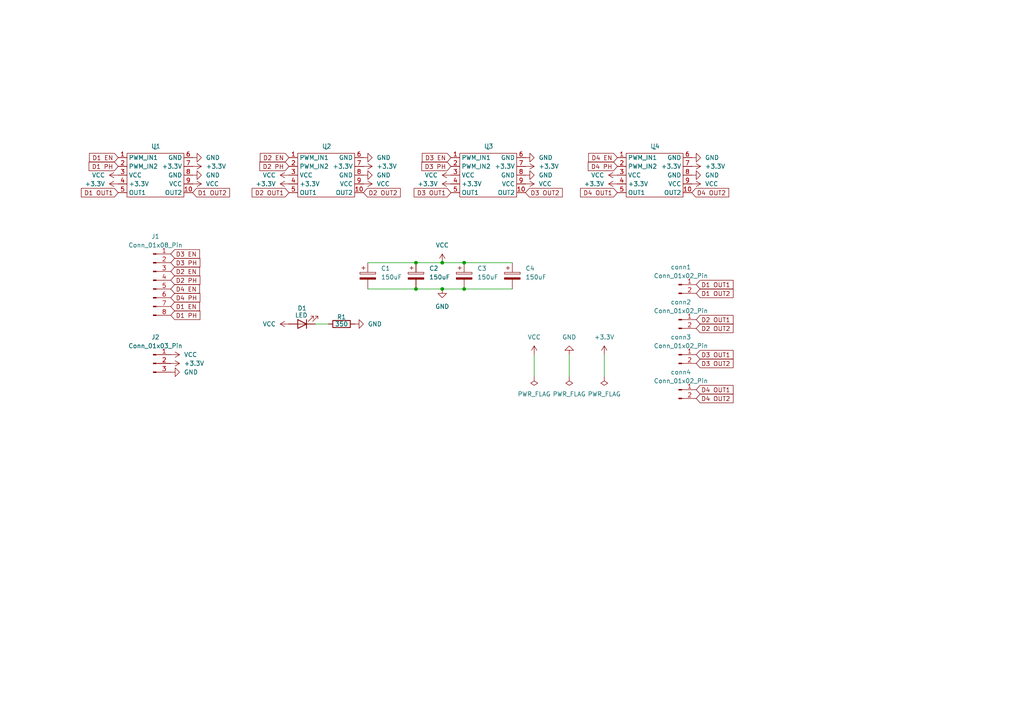
<source format=kicad_sch>
(kicad_sch (version 20250114) (generator "eeschema") (generator_version "9.0")
  (paper "A4")
  (lib_symbols
    (symbol "Connector:Conn_01x02_Pin" (pin_names (offset 1.016) (hide yes))
      (property "Reference" "J" (at 0 2.54 0))
      (property "Value" "Conn_01x02_Pin" (at 0 -5.08 0))
      (symbol "Conn_01x02_Pin_1_1"
        (rectangle (start 0.8636 0.127) (end 0 -0.127) (stroke (width 0.1524)) (fill (type outline)))
        (rectangle (start 0.8636 -2.413) (end 0 -2.667) (stroke (width 0.1524)) (fill (type outline)))
        (polyline (pts (xy 1.27 0) (xy 0.8636 0)) (stroke (width 0.1524)))
        (polyline (pts (xy 1.27 -2.54) (xy 0.8636 -2.54)) (stroke (width 0.1524)))
        (pin passive line (at 5.08 0 180) (length 3.81) (name "Pin_1") (number "1"))
        (pin passive line (at 5.08 -2.54 180) (length 3.81) (name "Pin_2") (number "2"))
      )
    )
    (symbol "Connector:Conn_01x03_Pin" (pin_names (offset 1.016) (hide yes))
      (property "Reference" "J" (at 0 5.08 0))
      (property "Value" "Conn_01x03_Pin" (at 0 -5.08 0))
      (symbol "Conn_01x03_Pin_1_1"
        (rectangle (start 0.8636 2.667) (end 0 2.413) (stroke (width 0.1524)) (fill (type outline)))
        (rectangle (start 0.8636 0.127) (end 0 -0.127) (stroke (width 0.1524)) (fill (type outline)))
        (rectangle (start 0.8636 -2.413) (end 0 -2.667) (stroke (width 0.1524)) (fill (type outline)))
        (polyline (pts (xy 1.27 2.54) (xy 0.8636 2.54)) (stroke (width 0.1524)))
        (polyline (pts (xy 1.27 0) (xy 0.8636 0)) (stroke (width 0.1524)))
        (polyline (pts (xy 1.27 -2.54) (xy 0.8636 -2.54)) (stroke (width 0.1524)))
        (pin passive line (at 5.08 2.54 180) (length 3.81) (name "Pin_1") (number "1"))
        (pin passive line (at 5.08 0 180) (length 3.81) (name "Pin_2") (number "2"))
        (pin passive line (at 5.08 -2.54 180) (length 3.81) (name "Pin_3") (number "3"))
      )
    )
    (symbol "Connector:Conn_01x08_Pin" (pin_names (offset 1.016) (hide yes))
      (property "Reference" "J" (at 0 10.16 0))
      (property "Value" "Conn_01x08_Pin" (at 0 -12.7 0))
      (symbol "Conn_01x08_Pin_1_1"
        (rectangle (start 0.8636 7.747) (end 0 7.493) (stroke (width 0.1524)) (fill (type outline)))
        (rectangle (start 0.8636 5.207) (end 0 4.953) (stroke (width 0.1524)) (fill (type outline)))
        (rectangle (start 0.8636 2.667) (end 0 2.413) (stroke (width 0.1524)) (fill (type outline)))
        (rectangle (start 0.8636 0.127) (end 0 -0.127) (stroke (width 0.1524)) (fill (type outline)))
        (rectangle (start 0.8636 -2.413) (end 0 -2.667) (stroke (width 0.1524)) (fill (type outline)))
        (rectangle (start 0.8636 -4.953) (end 0 -5.207) (stroke (width 0.1524)) (fill (type outline)))
        (rectangle (start 0.8636 -7.493) (end 0 -7.747) (stroke (width 0.1524)) (fill (type outline)))
        (rectangle (start 0.8636 -10.033) (end 0 -10.287) (stroke (width 0.1524)) (fill (type outline)))
        (polyline (pts (xy 1.27 7.62) (xy 0.8636 7.62)) (stroke (width 0.1524)))
        (polyline (pts (xy 1.27 5.08) (xy 0.8636 5.08)) (stroke (width 0.1524)))
        (polyline (pts (xy 1.27 2.54) (xy 0.8636 2.54)) (stroke (width 0.1524)))
        (polyline (pts (xy 1.27 0) (xy 0.8636 0)) (stroke (width 0.1524)))
        (polyline (pts (xy 1.27 -2.54) (xy 0.8636 -2.54)) (stroke (width 0.1524)))
        (polyline (pts (xy 1.27 -5.08) (xy 0.8636 -5.08)) (stroke (width 0.1524)))
        (polyline (pts (xy 1.27 -7.62) (xy 0.8636 -7.62)) (stroke (width 0.1524)))
        (polyline (pts (xy 1.27 -10.16) (xy 0.8636 -10.16)) (stroke (width 0.1524)))
        (pin passive line (at 5.08 7.62 180) (length 3.81) (name "Pin_1") (number "1"))
        (pin passive line (at 5.08 5.08 180) (length 3.81) (name "Pin_2") (number "2"))
        (pin passive line (at 5.08 2.54 180) (length 3.81) (name "Pin_3") (number "3"))
        (pin passive line (at 5.08 0 180) (length 3.81) (name "Pin_4") (number "4"))
        (pin passive line (at 5.08 -2.54 180) (length 3.81) (name "Pin_5") (number "5"))
        (pin passive line (at 5.08 -5.08 180) (length 3.81) (name "Pin_6") (number "6"))
        (pin passive line (at 5.08 -7.62 180) (length 3.81) (name "Pin_7") (number "7"))
        (pin passive line (at 5.08 -10.16 180) (length 3.81) (name "Pin_8") (number "8"))
      )
    )
    (symbol "Device:C_Polarized" (pin_numbers (hide yes)) (pin_names (offset 0.254))
      (property "Reference" "C" (at 0.635 2.54 0))
      (property "Value" "C_Polarized" (at 0.635 -2.54 0))
      (symbol "C_Polarized_0_1"
        (rectangle (start -2.286 0.508) (end 2.286 1.016))
        (polyline (pts (xy -1.778 2.286) (xy -0.762 2.286)))
        (polyline (pts (xy -1.27 2.794) (xy -1.27 1.778)))
        (rectangle (start 2.286 -0.508) (end -2.286 -1.016) (fill (type outline)))
      )
      (symbol "C_Polarized_1_1"
        (pin passive line (at 0 3.81 270) (length 2.794) (name "~") (number "1"))
        (pin passive line (at 0 -3.81 90) (length 2.794) (name "~") (number "2"))
      )
    )
    (symbol "Device:LED" (pin_numbers (hide yes)) (pin_names (offset 1.016) (hide yes))
      (property "Reference" "D" (at 0 2.54 0))
      (property "Value" "LED" (at 0 -2.54 0))
      (symbol "LED_0_1"
        (polyline (pts (xy -3.048 -0.762) (xy -4.572 -2.286) (xy -3.81 -2.286) (xy -4.572 -2.286) (xy -4.572 -1.524)))
        (polyline (pts (xy -1.778 -0.762) (xy -3.302 -2.286) (xy -2.54 -2.286) (xy -3.302 -2.286) (xy -3.302 -1.524)))
        (polyline (pts (xy -1.27 0) (xy 1.27 0)))
        (polyline (pts (xy -1.27 -1.27) (xy -1.27 1.27)) (stroke (width 0.254)))
        (polyline (pts (xy 1.27 -1.27) (xy 1.27 1.27) (xy -1.27 0) (xy 1.27 -1.27)) (stroke (width 0.254)))
      )
      (symbol "LED_1_1"
        (pin passive line (at -3.81 0 0) (length 2.54) (name "K") (number "1"))
        (pin passive line (at 3.81 0 180) (length 2.54) (name "A") (number "2"))
      )
    )
    (symbol "Device:R" (pin_numbers (hide yes)) (pin_names (offset 0))
      (property "Reference" "R" (at 2.032 0 90))
      (property "Value" "R" (at 0 0 90))
      (symbol "R_0_1"
        (rectangle (start -1.016 -2.54) (end 1.016 2.54) (stroke (width 0.254)))
      )
      (symbol "R_1_1"
        (pin passive line (at 0 3.81 270) (length 1.27) (name "~") (number "1"))
        (pin passive line (at 0 -3.81 90) (length 1.27) (name "~") (number "2"))
      )
    )
    (symbol "Motor Driver Module:DRV8874_Module_V1.2"
      (property "Reference" "U" (at -0.508 0 0))
      (symbol "DRV8874_Module_V1.2_0_1"
        (rectangle (start -8.89 6.35) (end 7.62 -6.35))
      )
      (symbol "DRV8874_Module_V1.2_1_1"
        (pin passive line (at -11.43 5.08 0) (length 2.54) (name "PWM_IN1") (number "1"))
        (pin passive line (at -11.43 2.54 0) (length 2.54) (name "PWM_IN2") (number "2"))
        (pin power_in line (at -11.43 0 0) (length 2.54) (name "VCC") (number "3"))
        (pin power_in line (at -11.43 -2.54 0) (length 2.54) (name "+3.3V") (number "4"))
        (pin passive line (at -11.43 -5.08 0) (length 2.54) (name "OUT1") (number "5"))
        (pin power_in line (at 10.16 5.08 180) (length 2.54) (name "GND") (number "6"))
        (pin power_in line (at 10.16 2.54 180) (length 2.54) (name "+3.3V") (number "7"))
        (pin power_in line (at 10.16 0 180) (length 2.54) (name "GND") (number "8"))
        (pin power_in line (at 10.16 -2.54 180) (length 2.54) (name "VCC") (number "9"))
        (pin passive line (at 10.16 -5.08 180) (length 2.54) (name "OUT2") (number "10"))
      )
    )
    (symbol "power:+3.3V" (power) (pin_numbers (hide yes)) (pin_names (offset 0) (hide yes))
      (property "Value" "+3.3V" (at 0 3.556 0))
      (symbol "+3.3V_0_1"
        (polyline (pts (xy -0.762 1.27) (xy 0 2.54)))
        (polyline (pts (xy 0 2.54) (xy 0.762 1.27)))
        (polyline (pts (xy 0 0) (xy 0 2.54)))
      )
      (symbol "+3.3V_1_1"
        (pin power_in line (at 0 0 90) (length 0) (name "~") (number "1"))
      )
    )
    (symbol "power:GND" (power) (pin_numbers (hide yes)) (pin_names (offset 0) (hide yes))
      (property "Value" "GND" (at 0 -3.81 0))
      (symbol "GND_0_1"
        (polyline (pts (xy 0 0) (xy 0 -1.27) (xy 1.27 -1.27) (xy 0 -2.54) (xy -1.27 -1.27) (xy 0 -1.27)))
      )
      (symbol "GND_1_1"
        (pin power_in line (at 0 0 270) (length 0) (name "~") (number "1"))
      )
    )
    (symbol "power:PWR_FLAG" (power) (pin_numbers (hide yes)) (pin_names (offset 0) (hide yes))
      (property "Value" "PWR_FLAG" (at 0 3.81 0))
      (symbol "PWR_FLAG_0_0"
        (pin power_out line (at 0 0 90) (length 0) (name "~") (number "1"))
      )
      (symbol "PWR_FLAG_0_1"
        (polyline (pts (xy 0 0) (xy 0 1.27) (xy -1.016 1.905) (xy 0 2.54) (xy 1.016 1.905) (xy 0 1.27)))
      )
    )
    (symbol "power:VCC" (power) (pin_numbers (hide yes)) (pin_names (offset 0) (hide yes))
      (property "Value" "VCC" (at 0 3.556 0))
      (symbol "VCC_0_1"
        (polyline (pts (xy -0.762 1.27) (xy 0 2.54)))
        (polyline (pts (xy 0 2.54) (xy 0.762 1.27)))
        (polyline (pts (xy 0 0) (xy 0 2.54)))
      )
      (symbol "VCC_1_1"
        (pin power_in line (at 0 0 90) (length 0) (name "~") (number "1"))
      )
    )
  )
  (junction (at 128.27 76.2))
  (junction (at 120.65 76.2))
  (junction (at 120.65 83.82))
  (junction (at 134.62 83.82))
  (junction (at 134.62 76.2))
  (junction (at 128.27 83.82))
  (wire (pts (xy 106.68 83.82) (xy 120.65 83.82)))
  (wire (pts (xy 154.94 102.87) (xy 154.94 109.22)))
  (wire (pts (xy 134.62 83.82) (xy 148.59 83.82)))
  (wire (pts (xy 128.27 83.82) (xy 134.62 83.82)))
  (wire (pts (xy 175.26 102.87) (xy 175.26 109.22)))
  (wire (pts (xy 106.68 76.2) (xy 120.65 76.2)))
  (wire (pts (xy 120.65 76.2) (xy 128.27 76.2)))
  (wire (pts (xy 165.1 102.87) (xy 165.1 109.22)))
  (wire (pts (xy 134.62 76.2) (xy 148.59 76.2)))
  (wire (pts (xy 128.27 76.2) (xy 134.62 76.2)))
  (wire (pts (xy 91.44 93.98) (xy 95.25 93.98)))
  (wire (pts (xy 120.65 83.82) (xy 128.27 83.82)))
  (global_label "D2 OUT1" (shape input) (at 201.93 92.71 0) (property "Intersheetrefs" "${INTERSHEET_REFS}" (effects (hide yes))))
  (global_label "D4 OUT1" (shape input) (at 201.93 113.03 0) (property "Intersheetrefs" "${INTERSHEET_REFS}" (effects (hide yes))))
  (global_label "D4 PH" (shape input) (at 49.53 86.36 0) (property "Intersheetrefs" "${INTERSHEET_REFS}" (effects (hide yes))))
  (global_label "D3 PH" (shape input) (at 130.81 48.26 180) (property "Intersheetrefs" "${INTERSHEET_REFS}" (effects (hide yes))))
  (global_label "D1 OUT2" (shape input) (at 55.88 55.88 0) (property "Intersheetrefs" "${INTERSHEET_REFS}" (effects (hide yes))))
  (global_label "D1 EN" (shape input) (at 49.53 88.9 0) (property "Intersheetrefs" "${INTERSHEET_REFS}" (effects (hide yes))))
  (global_label "D4 EN" (shape input) (at 49.53 83.82 0) (property "Intersheetrefs" "${INTERSHEET_REFS}" (effects (hide yes))))
  (global_label "D3 OUT2" (shape input) (at 152.4 55.88 0) (property "Intersheetrefs" "${INTERSHEET_REFS}" (effects (hide yes))))
  (global_label "D3 OUT1" (shape input) (at 130.81 55.88 180) (property "Intersheetrefs" "${INTERSHEET_REFS}" (effects (hide yes))))
  (global_label "D1 OUT1" (shape input) (at 34.29 55.88 180) (property "Intersheetrefs" "${INTERSHEET_REFS}" (effects (hide yes))))
  (global_label "D2 OUT1" (shape input) (at 83.82 55.88 180) (property "Intersheetrefs" "${INTERSHEET_REFS}" (effects (hide yes))))
  (global_label "D2 OUT2" (shape input) (at 105.41 55.88 0) (property "Intersheetrefs" "${INTERSHEET_REFS}" (effects (hide yes))))
  (global_label "D4 OUT1" (shape input) (at 179.07 55.88 180) (property "Intersheetrefs" "${INTERSHEET_REFS}" (effects (hide yes))))
  (global_label "D4 PH" (shape input) (at 179.07 48.26 180) (property "Intersheetrefs" "${INTERSHEET_REFS}" (effects (hide yes))))
  (global_label "D2 PH" (shape input) (at 83.82 48.26 180) (property "Intersheetrefs" "${INTERSHEET_REFS}" (effects (hide yes))))
  (global_label "D1 EN" (shape input) (at 34.29 45.72 180) (property "Intersheetrefs" "${INTERSHEET_REFS}" (effects (hide yes))))
  (global_label "D1 OUT1" (shape input) (at 201.93 82.55 0) (property "Intersheetrefs" "${INTERSHEET_REFS}" (effects (hide yes))))
  (global_label "D4 OUT2" (shape input) (at 200.66 55.88 0) (property "Intersheetrefs" "${INTERSHEET_REFS}" (effects (hide yes))))
  (global_label "D1 PH" (shape input) (at 49.53 91.44 0) (property "Intersheetrefs" "${INTERSHEET_REFS}" (effects (hide yes))))
  (global_label "D1 OUT2" (shape input) (at 201.93 85.09 0) (property "Intersheetrefs" "${INTERSHEET_REFS}" (effects (hide yes))))
  (global_label "D3 OUT2" (shape input) (at 201.93 105.41 0) (property "Intersheetrefs" "${INTERSHEET_REFS}" (effects (hide yes))))
  (global_label "D2 EN" (shape input) (at 49.53 78.74 0) (property "Intersheetrefs" "${INTERSHEET_REFS}" (effects (hide yes))))
  (global_label "D2 EN" (shape input) (at 83.82 45.72 180) (property "Intersheetrefs" "${INTERSHEET_REFS}" (effects (hide yes))))
  (global_label "D3 EN" (shape input) (at 49.53 73.66 0) (property "Intersheetrefs" "${INTERSHEET_REFS}" (effects (hide yes))))
  (global_label "D2 PH" (shape input) (at 49.53 81.28 0) (property "Intersheetrefs" "${INTERSHEET_REFS}" (effects (hide yes))))
  (global_label "D3 EN" (shape input) (at 130.81 45.72 180) (property "Intersheetrefs" "${INTERSHEET_REFS}" (effects (hide yes))))
  (global_label "D4 EN" (shape input) (at 179.07 45.72 180) (property "Intersheetrefs" "${INTERSHEET_REFS}" (effects (hide yes))))
  (global_label "D1 PH" (shape input) (at 34.29 48.26 180) (property "Intersheetrefs" "${INTERSHEET_REFS}" (effects (hide yes))))
  (global_label "D4 OUT2" (shape input) (at 201.93 115.57 0) (property "Intersheetrefs" "${INTERSHEET_REFS}" (effects (hide yes))))
  (global_label "D2 OUT2" (shape input) (at 201.93 95.25 0) (property "Intersheetrefs" "${INTERSHEET_REFS}" (effects (hide yes))))
  (global_label "D3 OUT1" (shape input) (at 201.93 102.87 0) (property "Intersheetrefs" "${INTERSHEET_REFS}" (effects (hide yes))))
  (global_label "D3 PH" (shape input) (at 49.53 76.2 0) (property "Intersheetrefs" "${INTERSHEET_REFS}" (effects (hide yes))))
  (symbol (lib_id "power:+3.3V") (at 200.66 48.26 270) (unit 1)
    (property "Reference" "#PWR018" (effects (hide yes)))
    (property "Value" "+3.3V" (at 204.47 48.2599 90) (effects (justify left)))
    (property "Description" "Power symbol creates a global label with name \"+3.3V\"" (effects (hide yes)))
  )
  (symbol (lib_id "power:VCC") (at 152.4 53.34 270) (unit 1)
    (property "Reference" "#PWR016" (effects (hide yes)))
    (property "Value" "VCC" (at 156.21 53.3399 90) (effects (justify left)))
    (property "Description" "Power symbol creates a global label with name \"VCC\"" (effects (hide yes)))
  )
  (symbol (lib_id "power:VCC") (at 179.07 50.8 90) (unit 1)
    (property "Reference" "#PWR037" (effects (hide yes)))
    (property "Value" "VCC" (at 175.26 50.7999 90) (effects (justify left)))
    (property "Description" "Power symbol creates a global label with name \"VCC\"" (effects (hide yes)))
  )
  (symbol (lib_id "power:GND") (at 102.87 93.98 90) (unit 1)
    (property "Reference" "#PWR029" (effects (hide yes)))
    (property "Value" "GND" (at 106.68 93.9799 90) (effects (justify right)))
    (property "Description" "Power symbol creates a global label with name \"GND\" , ground" (effects (hide yes)))
  )
  (symbol (lib_id "power:GND") (at 105.41 45.72 90) (unit 1)
    (property "Reference" "#PWR09" (effects (hide yes)))
    (property "Value" "GND" (at 109.22 45.7199 90) (effects (justify right)))
    (property "Description" "Power symbol creates a global label with name \"GND\" , ground" (effects (hide yes)))
  )
  (symbol (lib_id "power:GND") (at 152.4 50.8 90) (unit 1)
    (property "Reference" "#PWR015" (effects (hide yes)))
    (property "Value" "GND" (at 156.21 50.7999 90) (effects (justify right)))
    (property "Description" "Power symbol creates a global label with name \"GND\" , ground" (effects (hide yes)))
  )
  (symbol (lib_id "Motor Driver Module:DRV8874_Module_V1.2") (at 45.72 50.8 0) (unit 1)
    (property "Reference" "U1" (at 45.212 42.418 0))
    (property "Value" "~" (at 45.085 43.18 0))
    (property "Footprint" "Motor Driver Module:DRV8874 Module V1.2" (effects (hide yes)))
  )
  (symbol (lib_id "power:VCC") (at 49.53 102.87 270) (unit 1)
    (property "Reference" "#PWR024" (effects (hide yes)))
    (property "Value" "VCC" (at 53.34 102.8699 90) (effects (justify left)))
    (property "Description" "Power symbol creates a global label with name \"VCC\"" (effects (hide yes)))
  )
  (symbol (lib_id "power:PWR_FLAG") (at 175.26 109.22 180) (unit 1)
    (property "Reference" "#FLG03" (effects (hide yes)))
    (property "Value" "PWR_FLAG" (at 175.26 114.3 0))
    (property "Description" "Special symbol for telling ERC where power comes from" (effects (hide yes)))
  )
  (symbol (lib_id "Device:C_Polarized") (at 148.59 80.01 0) (unit 1)
    (property "Reference" "C4" (at 152.4 77.8509 0) (effects (justify left)))
    (property "Value" "150uF" (at 152.4 80.3909 0) (effects (justify left)))
    (property "Footprint" "Capacitor_THT:CP_Radial_D8.0mm_P3.50mm" (effects (hide yes)))
    (property "Description" "Polarized capacitor" (effects (hide yes)))
  )
  (symbol (lib_id "power:VCC") (at 55.88 53.34 270) (unit 1)
    (property "Reference" "#PWR06" (effects (hide yes)))
    (property "Value" "VCC" (at 59.69 53.3399 90) (effects (justify left)))
    (property "Description" "Power symbol creates a global label with name \"VCC\"" (effects (hide yes)))
  )
  (symbol (lib_id "power:VCC") (at 105.41 53.34 270) (unit 1)
    (property "Reference" "#PWR012" (effects (hide yes)))
    (property "Value" "VCC" (at 109.22 53.3399 90) (effects (justify left)))
    (property "Description" "Power symbol creates a global label with name \"VCC\"" (effects (hide yes)))
  )
  (symbol (lib_id "power:+3.3V") (at 49.53 105.41 270) (unit 1)
    (property "Reference" "#PWR026" (effects (hide yes)))
    (property "Value" "+3.3V" (at 53.34 105.4099 90) (effects (justify left)))
    (property "Description" "Power symbol creates a global label with name \"+3.3V\"" (effects (hide yes)))
  )
  (symbol (lib_id "power:GND") (at 200.66 45.72 90) (unit 1)
    (property "Reference" "#PWR017" (effects (hide yes)))
    (property "Value" "GND" (at 204.47 45.7199 90) (effects (justify right)))
    (property "Description" "Power symbol creates a global label with name \"GND\" , ground" (effects (hide yes)))
  )
  (symbol (lib_id "power:GND") (at 55.88 45.72 90) (unit 1)
    (property "Reference" "#PWR07" (effects (hide yes)))
    (property "Value" "GND" (at 59.69 45.7199 90) (effects (justify right)))
    (property "Description" "Power symbol creates a global label with name \"GND\" , ground" (effects (hide yes)))
  )
  (symbol (lib_id "Connector:Conn_01x02_Pin") (at 196.85 102.87 0) (unit 1)
    (property "Reference" "conn3" (at 197.485 97.79 0))
    (property "Value" "Conn_01x02_Pin" (at 197.485 100.33 0))
    (property "Footprint" "Connector_JST:JST_XH_S2B-XH-A_1x02_P2.50mm_Horizontal" (effects (hide yes)))
    (property "Description" "Generic connector, single row, 01x02, script generated" (effects (hide yes)))
  )
  (symbol (lib_id "power:VCC") (at 83.82 93.98 90) (unit 1)
    (property "Reference" "#PWR030" (effects (hide yes)))
    (property "Value" "VCC" (at 80.01 93.9799 90) (effects (justify left)))
    (property "Description" "Power symbol creates a global label with name \"VCC\"" (effects (hide yes)))
  )
  (symbol (lib_id "power:VCC") (at 130.81 50.8 90) (unit 1)
    (property "Reference" "#PWR035" (effects (hide yes)))
    (property "Value" "VCC" (at 127 50.7999 90) (effects (justify left)))
    (property "Description" "Power symbol creates a global label with name \"VCC\"" (effects (hide yes)))
  )
  (symbol (lib_id "power:+3.3V") (at 130.81 53.34 90) (unit 1)
    (property "Reference" "#PWR036" (effects (hide yes)))
    (property "Value" "+3.3V" (at 127 53.3399 90) (effects (justify left)))
    (property "Description" "Power symbol creates a global label with name \"+3.3V\"" (effects (hide yes)))
  )
  (symbol (lib_id "power:+3.3V") (at 55.88 48.26 270) (unit 1)
    (property "Reference" "#PWR08" (effects (hide yes)))
    (property "Value" "+3.3V" (at 59.69 48.2599 90) (effects (justify left)))
    (property "Description" "Power symbol creates a global label with name \"+3.3V\"" (effects (hide yes)))
  )
  (symbol (lib_id "Device:C_Polarized") (at 134.62 80.01 0) (unit 1)
    (property "Reference" "C3" (at 138.43 77.8509 0) (effects (justify left)))
    (property "Value" "150uF" (at 138.43 80.3909 0) (effects (justify left)))
    (property "Footprint" "Capacitor_THT:CP_Radial_D8.0mm_P3.50mm" (effects (hide yes)))
    (property "Description" "Polarized capacitor" (effects (hide yes)))
  )
  (symbol (lib_id "power:+3.3V") (at 179.07 53.34 90) (unit 1)
    (property "Reference" "#PWR038" (effects (hide yes)))
    (property "Value" "+3.3V" (at 175.26 53.3399 90) (effects (justify left)))
    (property "Description" "Power symbol creates a global label with name \"+3.3V\"" (effects (hide yes)))
  )
  (symbol (lib_id "power:PWR_FLAG") (at 154.94 109.22 180) (unit 1)
    (property "Reference" "#FLG01" (effects (hide yes)))
    (property "Value" "PWR_FLAG" (at 154.94 114.3 0))
    (property "Description" "Special symbol for telling ERC where power comes from" (effects (hide yes)))
  )
  (symbol (lib_id "Connector:Conn_01x08_Pin") (at 44.45 81.28 0) (unit 1)
    (property "Reference" "J1" (at 45.085 68.58 0))
    (property "Value" "Conn_01x08_Pin" (at 45.085 71.12 0))
    (property "Footprint" "FFC conector:FFC conector 8Pin" (effects (hide yes)))
    (property "Description" "Generic connector, single row, 01x08, script generated" (effects (hide yes)))
  )
  (symbol (lib_id "power:GND") (at 49.53 107.95 90) (unit 1)
    (property "Reference" "#PWR025" (effects (hide yes)))
    (property "Value" "GND" (at 53.34 107.9499 90) (effects (justify right)))
    (property "Description" "Power symbol creates a global label with name \"GND\" , ground" (effects (hide yes)))
  )
  (symbol (lib_id "power:+3.3V") (at 175.26 102.87 0) (unit 1)
    (property "Reference" "#PWR03" (effects (hide yes)))
    (property "Value" "+3.3V" (at 175.26 97.79 0))
    (property "Description" "Power symbol creates a global label with name \"+3.3V\"" (effects (hide yes)))
  )
  (symbol (lib_id "power:GND") (at 165.1 102.87 180) (unit 1)
    (property "Reference" "#PWR02" (effects (hide yes)))
    (property "Value" "GND" (at 165.1 97.79 0))
    (property "Description" "Power symbol creates a global label with name \"GND\" , ground" (effects (hide yes)))
  )
  (symbol (lib_id "Motor Driver Module:DRV8874_Module_V1.2") (at 142.24 50.8 0) (unit 1)
    (property "Reference" "U3" (at 141.732 42.418 0))
    (property "Value" "~" (at 141.605 43.18 0))
    (property "Footprint" "Motor Driver Module:DRV8874 Module V1.2" (effects (hide yes)))
  )
  (symbol (lib_id "power:VCC") (at 154.94 102.87 0) (unit 1)
    (property "Reference" "#PWR01" (effects (hide yes)))
    (property "Value" "VCC" (at 154.94 97.79 0))
    (property "Description" "Power symbol creates a global label with name \"VCC\"" (effects (hide yes)))
  )
  (symbol (lib_id "Motor Driver Module:DRV8874_Module_V1.2") (at 190.5 50.8 0) (unit 1)
    (property "Reference" "U4" (at 189.992 42.418 0))
    (property "Value" "~" (at 189.865 43.18 0))
    (property "Footprint" "Motor Driver Module:DRV8874 Module V1.2" (effects (hide yes)))
  )
  (symbol (lib_id "power:+3.3V") (at 105.41 48.26 270) (unit 1)
    (property "Reference" "#PWR010" (effects (hide yes)))
    (property "Value" "+3.3V" (at 109.22 48.2599 90) (effects (justify left)))
    (property "Description" "Power symbol creates a global label with name \"+3.3V\"" (effects (hide yes)))
  )
  (symbol (lib_id "power:VCC") (at 200.66 53.34 270) (unit 1)
    (property "Reference" "#PWR020" (effects (hide yes)))
    (property "Value" "VCC" (at 204.47 53.3399 90) (effects (justify left)))
    (property "Description" "Power symbol creates a global label with name \"VCC\"" (effects (hide yes)))
  )
  (symbol (lib_id "power:VCC") (at 83.82 50.8 90) (unit 1)
    (property "Reference" "#PWR033" (effects (hide yes)))
    (property "Value" "VCC" (at 80.01 50.7999 90) (effects (justify left)))
    (property "Description" "Power symbol creates a global label with name \"VCC\"" (effects (hide yes)))
  )
  (symbol (lib_id "Device:C_Polarized") (at 106.68 80.01 0) (unit 1)
    (property "Reference" "C1" (at 110.49 77.8509 0) (effects (justify left)))
    (property "Value" "150uF" (at 110.49 80.3909 0) (effects (justify left)))
    (property "Footprint" "Capacitor_THT:CP_Radial_D8.0mm_P3.50mm" (effects (hide yes)))
    (property "Description" "Polarized capacitor" (effects (hide yes)))
  )
  (symbol (lib_id "Device:LED") (at 87.63 93.98 180) (unit 1)
    (property "Reference" "D1" (at 87.63 89.408 0))
    (property "Value" "LED" (at 87.376 91.44 0))
    (property "Footprint" "LED_SMD:LED_0603_1608Metric" (effects (hide yes)))
    (property "Description" "Light emitting diode" (effects (hide yes)))
    (property "Sim.Pins" "1=K 2=A" (effects (hide yes)))
  )
  (symbol (lib_id "power:GND") (at 200.66 50.8 90) (unit 1)
    (property "Reference" "#PWR019" (effects (hide yes)))
    (property "Value" "GND" (at 204.47 50.7999 90) (effects (justify right)))
    (property "Description" "Power symbol creates a global label with name \"GND\" , ground" (effects (hide yes)))
  )
  (symbol (lib_id "power:GND") (at 105.41 50.8 90) (unit 1)
    (property "Reference" "#PWR011" (effects (hide yes)))
    (property "Value" "GND" (at 109.22 50.7999 90) (effects (justify right)))
    (property "Description" "Power symbol creates a global label with name \"GND\" , ground" (effects (hide yes)))
  )
  (symbol (lib_id "Device:C_Polarized") (at 120.65 80.01 0) (unit 1)
    (property "Reference" "C2" (at 124.46 77.8509 0) (effects (justify left)))
    (property "Value" "150uF" (at 124.46 80.3909 0) (effects (justify left)))
    (property "Footprint" "Capacitor_THT:CP_Radial_D8.0mm_P3.50mm" (effects (hide yes)))
    (property "Description" "Polarized capacitor" (effects (hide yes)))
  )
  (symbol (lib_id "power:+3.3V") (at 34.29 53.34 90) (unit 1)
    (property "Reference" "#PWR031" (effects (hide yes)))
    (property "Value" "+3.3V" (at 30.48 53.3399 90) (effects (justify left)))
    (property "Description" "Power symbol creates a global label with name \"+3.3V\"" (effects (hide yes)))
  )
  (symbol (lib_id "power:+3.3V") (at 152.4 48.26 270) (unit 1)
    (property "Reference" "#PWR014" (effects (hide yes)))
    (property "Value" "+3.3V" (at 156.21 48.2599 90) (effects (justify left)))
    (property "Description" "Power symbol creates a global label with name \"+3.3V\"" (effects (hide yes)))
  )
  (symbol (lib_id "power:GND") (at 128.27 83.82 0) (unit 1)
    (property "Reference" "#PWR028" (effects (hide yes)))
    (property "Value" "GND" (at 128.27 88.9 0))
    (property "Description" "Power symbol creates a global label with name \"GND\" , ground" (effects (hide yes)))
  )
  (symbol (lib_id "power:VCC") (at 128.27 76.2 0) (unit 1)
    (property "Reference" "#PWR027" (effects (hide yes)))
    (property "Value" "VCC" (at 128.27 71.12 0))
    (property "Description" "Power symbol creates a global label with name \"VCC\"" (effects (hide yes)))
  )
  (symbol (lib_id "power:VCC") (at 34.29 50.8 90) (unit 1)
    (property "Reference" "#PWR032" (effects (hide yes)))
    (property "Value" "VCC" (at 30.48 50.7999 90) (effects (justify left)))
    (property "Description" "Power symbol creates a global label with name \"VCC\"" (effects (hide yes)))
  )
  (symbol (lib_id "Connector:Conn_01x02_Pin") (at 196.85 92.71 0) (unit 1)
    (property "Reference" "conn2" (at 197.485 87.63 0))
    (property "Value" "Conn_01x02_Pin" (at 197.485 90.17 0))
    (property "Footprint" "Connector_JST:JST_XH_S2B-XH-A_1x02_P2.50mm_Horizontal" (effects (hide yes)))
    (property "Description" "Generic connector, single row, 01x02, script generated" (effects (hide yes)))
  )
  (symbol (lib_id "power:PWR_FLAG") (at 165.1 109.22 180) (unit 1)
    (property "Reference" "#FLG02" (effects (hide yes)))
    (property "Value" "PWR_FLAG" (at 165.1 114.3 0))
    (property "Description" "Special symbol for telling ERC where power comes from" (effects (hide yes)))
  )
  (symbol (lib_id "Connector:Conn_01x02_Pin") (at 196.85 82.55 0) (unit 1)
    (property "Reference" "conn1" (at 197.485 77.47 0))
    (property "Value" "Conn_01x02_Pin" (at 197.485 80.01 0))
    (property "Footprint" "Connector_JST:JST_XH_S2B-XH-A_1x02_P2.50mm_Horizontal" (effects (hide yes)))
    (property "Description" "Generic connector, single row, 01x02, script generated" (effects (hide yes)))
  )
  (symbol (lib_id "power:GND") (at 152.4 45.72 90) (unit 1)
    (property "Reference" "#PWR013" (effects (hide yes)))
    (property "Value" "GND" (at 156.21 45.7199 90) (effects (justify right)))
    (property "Description" "Power symbol creates a global label with name \"GND\" , ground" (effects (hide yes)))
  )
  (symbol (lib_id "Connector:Conn_01x02_Pin") (at 196.85 113.03 0) (unit 1)
    (property "Reference" "conn4" (at 197.485 107.95 0))
    (property "Value" "Conn_01x02_Pin" (at 197.485 110.49 0))
    (property "Footprint" "Connector_JST:JST_XH_S2B-XH-A_1x02_P2.50mm_Horizontal" (effects (hide yes)))
    (property "Description" "Generic connector, single row, 01x02, script generated" (effects (hide yes)))
  )
  (symbol (lib_id "Device:R") (at 99.06 93.98 90) (unit 1)
    (property "Reference" "R1" (at 99.06 91.948 90))
    (property "Value" "350" (at 99.06 93.98 90))
    (property "Footprint" "Resistor_SMD:R_0603_1608Metric" (effects (hide yes)))
    (property "Description" "Resistor" (effects (hide yes)))
  )
  (symbol (lib_id "Connector:Conn_01x03_Pin") (at 44.45 105.41 0) (unit 1)
    (property "Reference" "J2" (at 45.085 97.79 0))
    (property "Value" "Conn_01x03_Pin" (at 45.085 100.33 0))
    (property "Footprint" "Connector_JST:JST_XH_S3B-XH-A_1x03_P2.50mm_Horizontal" (effects (hide yes)))
    (property "Description" "Generic connector, single row, 01x03, script generated" (effects (hide yes)))
  )
  (symbol (lib_id "Motor Driver Module:DRV8874_Module_V1.2") (at 95.25 50.8 0) (unit 1)
    (property "Reference" "U2" (at 94.742 42.418 0))
    (property "Value" "~" (at 94.615 43.18 0))
    (property "Footprint" "Motor Driver Module:DRV8874 Module V1.2" (effects (hide yes)))
  )
  (symbol (lib_id "power:+3.3V") (at 83.82 53.34 90) (unit 1)
    (property "Reference" "#PWR034" (effects (hide yes)))
    (property "Value" "+3.3V" (at 80.01 53.3399 90) (effects (justify left)))
    (property "Description" "Power symbol creates a global label with name \"+3.3V\"" (effects (hide yes)))
  )
  (symbol (lib_id "power:GND") (at 55.88 50.8 90) (unit 1)
    (property "Reference" "#PWR05" (effects (hide yes)))
    (property "Value" "GND" (at 59.69 50.7999 90) (effects (justify right)))
    (property "Description" "Power symbol creates a global label with name \"GND\" , ground" (effects (hide yes)))
  )
)
</source>
